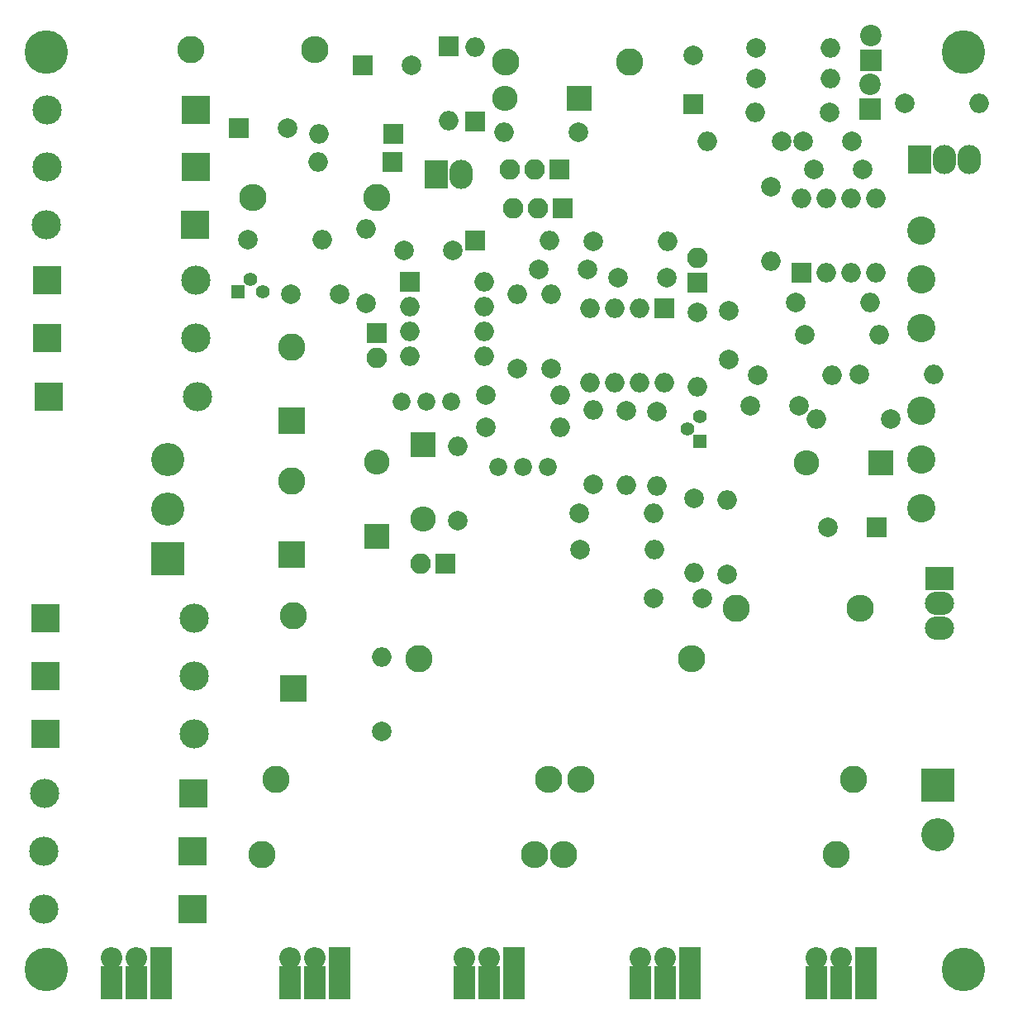
<source format=gbr>
G04 #@! TF.FileFunction,Soldermask,Top*
%FSLAX46Y46*%
G04 Gerber Fmt 4.6, Leading zero omitted, Abs format (unit mm)*
G04 Created by KiCad (PCBNEW 4.0.7) date 08/22/19 23:46:42*
%MOMM*%
%LPD*%
G01*
G04 APERTURE LIST*
%ADD10C,0.100000*%
%ADD11C,2.000000*%
%ADD12O,2.000000X2.000000*%
%ADD13R,2.400000X3.000000*%
%ADD14O,2.400000X3.000000*%
%ADD15C,1.840000*%
%ADD16C,2.800000*%
%ADD17O,2.800000X2.800000*%
%ADD18R,3.000000X3.000000*%
%ADD19O,3.000000X3.000000*%
%ADD20R,2.000000X2.000000*%
%ADD21R,2.600000X2.600000*%
%ADD22O,2.600000X2.600000*%
%ADD23R,2.200000X2.200000*%
%ADD24C,2.200000*%
%ADD25R,3.400000X3.400000*%
%ADD26C,3.400000*%
%ADD27C,1.400000*%
%ADD28R,1.400000X1.400000*%
%ADD29C,2.900000*%
%ADD30R,2.800000X2.800000*%
%ADD31C,4.464000*%
%ADD32O,2.200000X2.200000*%
%ADD33R,2.200000X3.400000*%
%ADD34R,2.100000X2.100000*%
%ADD35O,2.100000X2.100000*%
%ADD36R,3.000000X2.400000*%
%ADD37O,3.000000X2.400000*%
G04 APERTURE END LIST*
D10*
D11*
X128412240Y-62169040D03*
D12*
X120792240Y-62169040D03*
D11*
X116621560Y-76083160D03*
X111621560Y-76083160D03*
D13*
X142544800Y-64008000D03*
D14*
X145084800Y-64008000D03*
X147624800Y-64008000D03*
D11*
X127330200Y-66789300D03*
D12*
X127330200Y-74409300D03*
D11*
X130733800Y-81950560D03*
D12*
X138353800Y-81950560D03*
D15*
X99314000Y-95504000D03*
X101854000Y-95504000D03*
X104394000Y-95504000D03*
D11*
X107635040Y-100203000D03*
D12*
X115255040Y-100203000D03*
D11*
X115290600Y-108940600D03*
X120290600Y-108940600D03*
X119761000Y-79629000D03*
D12*
X119761000Y-87249000D03*
D16*
X75107800Y-135178800D03*
D17*
X103047800Y-135178800D03*
D11*
X130175000Y-89268300D03*
X125175000Y-89268300D03*
X122936000Y-84455000D03*
X122936000Y-79455000D03*
X94691200Y-73314560D03*
X89691200Y-73314560D03*
D18*
X68300600Y-70662800D03*
D19*
X53060600Y-70662800D03*
D18*
X68122800Y-128905000D03*
D19*
X52882800Y-128905000D03*
D18*
X53111400Y-76352400D03*
D19*
X68351400Y-76352400D03*
D18*
X52933600Y-122859800D03*
D19*
X68173600Y-122859800D03*
D20*
X88582500Y-61341000D03*
D12*
X80962500Y-61341000D03*
D20*
X88544400Y-64274700D03*
D12*
X80924400Y-64274700D03*
D21*
X91630500Y-93218000D03*
D22*
X91630500Y-100838000D03*
D20*
X96979740Y-72280780D03*
D12*
X104599740Y-72280780D03*
D21*
X138544300Y-95059500D03*
D22*
X130924300Y-95059500D03*
D23*
X137520680Y-53812440D03*
D24*
X137520680Y-51272440D03*
D25*
X65455800Y-104902000D03*
D26*
X65455800Y-99822000D03*
X65455800Y-94742000D03*
D25*
X144373600Y-128117600D03*
D26*
X144373600Y-133197600D03*
D27*
X118745000Y-91567000D03*
X120015000Y-90297000D03*
D28*
X120015000Y-92837000D03*
D27*
X73914000Y-76301600D03*
X75184000Y-77571600D03*
D28*
X72644000Y-77571600D03*
D11*
X87439500Y-122618500D03*
D12*
X87439500Y-114998500D03*
D16*
X67894200Y-52730400D03*
D17*
X80594200Y-52730400D03*
D16*
X86944200Y-67894200D03*
D17*
X74244200Y-67894200D03*
D11*
X95186500Y-100965000D03*
D12*
X95186500Y-93345000D03*
D11*
X98044000Y-88138000D03*
D12*
X105664000Y-88138000D03*
D11*
X98044000Y-91440000D03*
D12*
X105664000Y-91440000D03*
D16*
X91211400Y-115128040D03*
D17*
X119151400Y-115128040D03*
D11*
X125907800Y-86106000D03*
D12*
X133527800Y-86106000D03*
D11*
X109077760Y-72395080D03*
D12*
X116697760Y-72395080D03*
D11*
X107721400Y-103987600D03*
D12*
X115341400Y-103987600D03*
D11*
X122796300Y-106489500D03*
D12*
X122796300Y-98869500D03*
D11*
X119405400Y-98729800D03*
D12*
X119405400Y-106349800D03*
D16*
X123748800Y-109971840D03*
D17*
X136448800Y-109971840D03*
D11*
X141046200Y-58254900D03*
D12*
X148666200Y-58254900D03*
D11*
X104729280Y-85425280D03*
D12*
X104729280Y-77805280D03*
D11*
X73660000Y-72237600D03*
D12*
X81280000Y-72237600D03*
D11*
X85801200Y-78689200D03*
D12*
X85801200Y-71069200D03*
D11*
X101335840Y-85425280D03*
D12*
X101335840Y-77805280D03*
D11*
X125730000Y-52578000D03*
D12*
X133350000Y-52578000D03*
D29*
X142684500Y-94763600D03*
X142684500Y-99763600D03*
X142684500Y-89763600D03*
X142684500Y-76285100D03*
X142684500Y-81285100D03*
X142684500Y-71285100D03*
D20*
X90302080Y-76499720D03*
D12*
X97922080Y-84119720D03*
X90302080Y-79039720D03*
X97922080Y-81579720D03*
X90302080Y-81579720D03*
X97922080Y-79039720D03*
X90302080Y-84119720D03*
X97922080Y-76499720D03*
D20*
X116332000Y-79248000D03*
D12*
X108712000Y-86868000D03*
X113792000Y-79248000D03*
X111252000Y-86868000D03*
X111252000Y-79248000D03*
X113792000Y-86868000D03*
X108712000Y-79248000D03*
X116332000Y-86868000D03*
D20*
X85496400Y-54368700D03*
D11*
X90496400Y-54368700D03*
D20*
X72732900Y-60769500D03*
D11*
X77732900Y-60769500D03*
D20*
X138163300Y-101663500D03*
D11*
X133163300Y-101663500D03*
D18*
X68046600Y-140817600D03*
D19*
X52806600Y-140817600D03*
D18*
X52933600Y-116916200D03*
D19*
X68173600Y-116916200D03*
D18*
X68046600Y-134848600D03*
D19*
X52806600Y-134848600D03*
D18*
X52959000Y-110947200D03*
D19*
X68199000Y-110947200D03*
D18*
X68351400Y-58902600D03*
D19*
X53111400Y-58902600D03*
D18*
X53263800Y-88265000D03*
D19*
X68503800Y-88265000D03*
D18*
X68326000Y-64795400D03*
D19*
X53086000Y-64795400D03*
D18*
X53136800Y-82296000D03*
D19*
X68376800Y-82296000D03*
D30*
X78143100Y-104457500D03*
D16*
X78143100Y-96957500D03*
D11*
X109082840Y-97307400D03*
D12*
X109082840Y-89687400D03*
D16*
X76555600Y-127457200D03*
D17*
X104495600Y-127457200D03*
D16*
X133985000Y-135191500D03*
D17*
X106045000Y-135191500D03*
D16*
X135763000Y-127508000D03*
D17*
X107823000Y-127508000D03*
D30*
X78333600Y-118211600D03*
D16*
X78333600Y-110711600D03*
D30*
X78181200Y-90754200D03*
D16*
X78181200Y-83254200D03*
D31*
X53000000Y-53000000D03*
X53000000Y-147000000D03*
X147000000Y-53000000D03*
X147000000Y-147000000D03*
D20*
X119303800Y-58293000D03*
D11*
X119303800Y-53293000D03*
X107599480Y-61244480D03*
D12*
X99979480Y-61244480D03*
D23*
X137464800Y-58841640D03*
D24*
X137464800Y-56301640D03*
D11*
X125740160Y-55697120D03*
D12*
X133360160Y-55697120D03*
D21*
X107680760Y-57698640D03*
D22*
X100060760Y-57698640D03*
D16*
X112826800Y-53975000D03*
D17*
X100126800Y-53975000D03*
D20*
X94300040Y-52390040D03*
D12*
X94300040Y-60010040D03*
D20*
X96951800Y-60071000D03*
D12*
X96951800Y-52451000D03*
D15*
X89471500Y-88836500D03*
X92011500Y-88836500D03*
X94551500Y-88836500D03*
D11*
X83124040Y-77784960D03*
X78124040Y-77784960D03*
D21*
X86868000Y-102565200D03*
D22*
X86868000Y-94945200D03*
D23*
X137058400Y-145796000D03*
D32*
X134518400Y-145796000D03*
X131978400Y-145796000D03*
D33*
X137058400Y-148336000D03*
X134518400Y-148336000D03*
X131978400Y-148336000D03*
D23*
X100965000Y-145770600D03*
D32*
X98425000Y-145770600D03*
X95885000Y-145770600D03*
D33*
X100965000Y-148310600D03*
X98425000Y-148310600D03*
X95885000Y-148310600D03*
D23*
X118999000Y-145770600D03*
D32*
X116459000Y-145770600D03*
X113919000Y-145770600D03*
D33*
X118999000Y-148310600D03*
X116459000Y-148310600D03*
X113919000Y-148310600D03*
D23*
X83058000Y-145770600D03*
D32*
X80518000Y-145770600D03*
X77978000Y-145770600D03*
D33*
X83058000Y-148310600D03*
X80518000Y-148310600D03*
X77978000Y-148310600D03*
D23*
X64770000Y-145821400D03*
D32*
X62230000Y-145821400D03*
X59690000Y-145821400D03*
D33*
X64770000Y-148361400D03*
X62230000Y-148361400D03*
X59690000Y-148361400D03*
D34*
X86893400Y-81762600D03*
D35*
X86893400Y-84302600D03*
D11*
X112430560Y-89743280D03*
D12*
X112430560Y-97363280D03*
D11*
X115595400Y-89804240D03*
D12*
X115595400Y-97424240D03*
D34*
X119725440Y-76611480D03*
D35*
X119725440Y-74071480D03*
D34*
X93929200Y-105435400D03*
D35*
X91389200Y-105435400D03*
D11*
X136682480Y-65044320D03*
X131682480Y-65044320D03*
D36*
X144576800Y-106934000D03*
D37*
X144576800Y-109474000D03*
X144576800Y-112014000D03*
D13*
X93014800Y-65532000D03*
D14*
X95554800Y-65532000D03*
D34*
X105918000Y-68999100D03*
D35*
X103378000Y-68999100D03*
X100838000Y-68999100D03*
D34*
X105587800Y-65024000D03*
D35*
X103047800Y-65024000D03*
X100507800Y-65024000D03*
D11*
X129809240Y-78623160D03*
D12*
X137429240Y-78623160D03*
D11*
X133273800Y-59207400D03*
D12*
X125653800Y-59207400D03*
D11*
X136321800Y-85994240D03*
D12*
X143941800Y-85994240D03*
D11*
X139560300Y-90614500D03*
D12*
X131940300Y-90614500D03*
D20*
X130416300Y-75590400D03*
D12*
X138036300Y-67970400D03*
X132956300Y-75590400D03*
X135496300Y-67970400D03*
X135496300Y-75590400D03*
X132956300Y-67970400D03*
X138036300Y-75590400D03*
X130416300Y-67970400D03*
D11*
X130622040Y-62138560D03*
X135622040Y-62138560D03*
X108463080Y-75300840D03*
X103463080Y-75300840D03*
M02*

</source>
